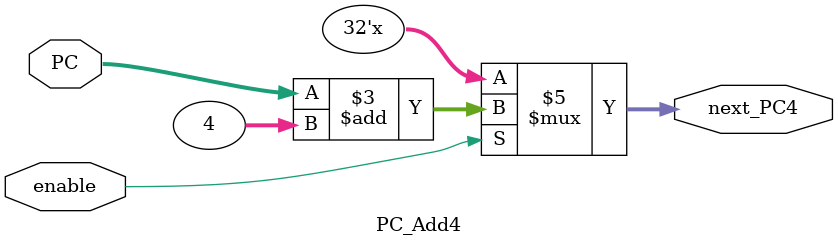
<source format=v>
`timescale 1ns / 1ps


module PC_Add4(
    input wire enable,
    input wire [31:0] PC,
    output reg [31:0] next_PC4
);
    
always @*
    begin
        if(enable == 1'b1)
            next_PC4 = PC + 4;
    end
endmodule

</source>
